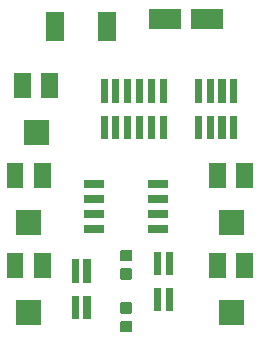
<source format=gbr>
G04 #@! TF.GenerationSoftware,KiCad,Pcbnew,(6.0.0-rc1-dev-713-g90df7a8b2)*
G04 #@! TF.CreationDate,2018-10-17T01:14:51-05:00*
G04 #@! TF.ProjectId,motores,6D6F746F7265732E6B696361645F7063,rev?*
G04 #@! TF.SameCoordinates,Original*
G04 #@! TF.FileFunction,Soldermask,Top*
G04 #@! TF.FilePolarity,Negative*
%FSLAX46Y46*%
G04 Gerber Fmt 4.6, Leading zero omitted, Abs format (unit mm)*
G04 Created by KiCad (PCBNEW (6.0.0-rc1-dev-713-g90df7a8b2)) date mié 17 oct 2018 01:14:51 CDT*
%MOMM*%
%LPD*%
G01*
G04 APERTURE LIST*
%ADD10C,0.100000*%
G04 APERTURE END LIST*
D10*
G36*
X152779591Y-76985585D02*
X152813569Y-76995893D01*
X152844887Y-77012633D01*
X152872339Y-77035161D01*
X152894867Y-77062613D01*
X152911607Y-77093931D01*
X152921915Y-77127909D01*
X152926000Y-77169390D01*
X152926000Y-77770610D01*
X152921915Y-77812091D01*
X152911607Y-77846069D01*
X152894867Y-77877387D01*
X152872339Y-77904839D01*
X152844887Y-77927367D01*
X152813569Y-77944107D01*
X152779591Y-77954415D01*
X152738110Y-77958500D01*
X152061890Y-77958500D01*
X152020409Y-77954415D01*
X151986431Y-77944107D01*
X151955113Y-77927367D01*
X151927661Y-77904839D01*
X151905133Y-77877387D01*
X151888393Y-77846069D01*
X151878085Y-77812091D01*
X151874000Y-77770610D01*
X151874000Y-77169390D01*
X151878085Y-77127909D01*
X151888393Y-77093931D01*
X151905133Y-77062613D01*
X151927661Y-77035161D01*
X151955113Y-77012633D01*
X151986431Y-76995893D01*
X152020409Y-76985585D01*
X152061890Y-76981500D01*
X152738110Y-76981500D01*
X152779591Y-76985585D01*
X152779591Y-76985585D01*
G37*
G36*
X162341000Y-77346000D02*
X160239000Y-77346000D01*
X160239000Y-75244000D01*
X162341000Y-75244000D01*
X162341000Y-77346000D01*
X162341000Y-77346000D01*
G37*
G36*
X145196000Y-77346000D02*
X143094000Y-77346000D01*
X143094000Y-75244000D01*
X145196000Y-75244000D01*
X145196000Y-77346000D01*
X145196000Y-77346000D01*
G37*
G36*
X148391000Y-76796000D02*
X147789000Y-76796000D01*
X147789000Y-74844000D01*
X148391000Y-74844000D01*
X148391000Y-76796000D01*
X148391000Y-76796000D01*
G37*
G36*
X149391000Y-76796000D02*
X148789000Y-76796000D01*
X148789000Y-74844000D01*
X149391000Y-74844000D01*
X149391000Y-76796000D01*
X149391000Y-76796000D01*
G37*
G36*
X152779591Y-75410585D02*
X152813569Y-75420893D01*
X152844887Y-75437633D01*
X152872339Y-75460161D01*
X152894867Y-75487613D01*
X152911607Y-75518931D01*
X152921915Y-75552909D01*
X152926000Y-75594390D01*
X152926000Y-76195610D01*
X152921915Y-76237091D01*
X152911607Y-76271069D01*
X152894867Y-76302387D01*
X152872339Y-76329839D01*
X152844887Y-76352367D01*
X152813569Y-76369107D01*
X152779591Y-76379415D01*
X152738110Y-76383500D01*
X152061890Y-76383500D01*
X152020409Y-76379415D01*
X151986431Y-76369107D01*
X151955113Y-76352367D01*
X151927661Y-76329839D01*
X151905133Y-76302387D01*
X151888393Y-76271069D01*
X151878085Y-76237091D01*
X151874000Y-76195610D01*
X151874000Y-75594390D01*
X151878085Y-75552909D01*
X151888393Y-75518931D01*
X151905133Y-75487613D01*
X151927661Y-75460161D01*
X151955113Y-75437633D01*
X151986431Y-75420893D01*
X152020409Y-75410585D01*
X152061890Y-75406500D01*
X152738110Y-75406500D01*
X152779591Y-75410585D01*
X152779591Y-75410585D01*
G37*
G36*
X156376000Y-76161000D02*
X155774000Y-76161000D01*
X155774000Y-74209000D01*
X156376000Y-74209000D01*
X156376000Y-76161000D01*
X156376000Y-76161000D01*
G37*
G36*
X155376000Y-76161000D02*
X154774000Y-76161000D01*
X154774000Y-74209000D01*
X155376000Y-74209000D01*
X155376000Y-76161000D01*
X155376000Y-76161000D01*
G37*
G36*
X148391000Y-73746000D02*
X147789000Y-73746000D01*
X147789000Y-71794000D01*
X148391000Y-71794000D01*
X148391000Y-73746000D01*
X148391000Y-73746000D01*
G37*
G36*
X149391000Y-73746000D02*
X148789000Y-73746000D01*
X148789000Y-71794000D01*
X149391000Y-71794000D01*
X149391000Y-73746000D01*
X149391000Y-73746000D01*
G37*
G36*
X152779591Y-72540585D02*
X152813569Y-72550893D01*
X152844887Y-72567633D01*
X152872339Y-72590161D01*
X152894867Y-72617613D01*
X152911607Y-72648931D01*
X152921915Y-72682909D01*
X152926000Y-72724390D01*
X152926000Y-73325610D01*
X152921915Y-73367091D01*
X152911607Y-73401069D01*
X152894867Y-73432387D01*
X152872339Y-73459839D01*
X152844887Y-73482367D01*
X152813569Y-73499107D01*
X152779591Y-73509415D01*
X152738110Y-73513500D01*
X152061890Y-73513500D01*
X152020409Y-73509415D01*
X151986431Y-73499107D01*
X151955113Y-73482367D01*
X151927661Y-73459839D01*
X151905133Y-73432387D01*
X151888393Y-73401069D01*
X151878085Y-73367091D01*
X151874000Y-73325610D01*
X151874000Y-72724390D01*
X151878085Y-72682909D01*
X151888393Y-72648931D01*
X151905133Y-72617613D01*
X151927661Y-72590161D01*
X151955113Y-72567633D01*
X151986431Y-72550893D01*
X152020409Y-72540585D01*
X152061890Y-72536500D01*
X152738110Y-72536500D01*
X152779591Y-72540585D01*
X152779591Y-72540585D01*
G37*
G36*
X163141000Y-73346000D02*
X161739000Y-73346000D01*
X161739000Y-71244000D01*
X163141000Y-71244000D01*
X163141000Y-73346000D01*
X163141000Y-73346000D01*
G37*
G36*
X145996000Y-73346000D02*
X144594000Y-73346000D01*
X144594000Y-71244000D01*
X145996000Y-71244000D01*
X145996000Y-73346000D01*
X145996000Y-73346000D01*
G37*
G36*
X143696000Y-73346000D02*
X142294000Y-73346000D01*
X142294000Y-71244000D01*
X143696000Y-71244000D01*
X143696000Y-73346000D01*
X143696000Y-73346000D01*
G37*
G36*
X160841000Y-73346000D02*
X159439000Y-73346000D01*
X159439000Y-71244000D01*
X160841000Y-71244000D01*
X160841000Y-73346000D01*
X160841000Y-73346000D01*
G37*
G36*
X156376000Y-73111000D02*
X155774000Y-73111000D01*
X155774000Y-71159000D01*
X156376000Y-71159000D01*
X156376000Y-73111000D01*
X156376000Y-73111000D01*
G37*
G36*
X155376000Y-73111000D02*
X154774000Y-73111000D01*
X154774000Y-71159000D01*
X155376000Y-71159000D01*
X155376000Y-73111000D01*
X155376000Y-73111000D01*
G37*
G36*
X152779591Y-70965585D02*
X152813569Y-70975893D01*
X152844887Y-70992633D01*
X152872339Y-71015161D01*
X152894867Y-71042613D01*
X152911607Y-71073931D01*
X152921915Y-71107909D01*
X152926000Y-71149390D01*
X152926000Y-71750610D01*
X152921915Y-71792091D01*
X152911607Y-71826069D01*
X152894867Y-71857387D01*
X152872339Y-71884839D01*
X152844887Y-71907367D01*
X152813569Y-71924107D01*
X152779591Y-71934415D01*
X152738110Y-71938500D01*
X152061890Y-71938500D01*
X152020409Y-71934415D01*
X151986431Y-71924107D01*
X151955113Y-71907367D01*
X151927661Y-71884839D01*
X151905133Y-71857387D01*
X151888393Y-71826069D01*
X151878085Y-71792091D01*
X151874000Y-71750610D01*
X151874000Y-71149390D01*
X151878085Y-71107909D01*
X151888393Y-71073931D01*
X151905133Y-71042613D01*
X151927661Y-71015161D01*
X151955113Y-70992633D01*
X151986431Y-70975893D01*
X152020409Y-70965585D01*
X152061890Y-70961500D01*
X152738110Y-70961500D01*
X152779591Y-70965585D01*
X152779591Y-70965585D01*
G37*
G36*
X162341000Y-69726000D02*
X160239000Y-69726000D01*
X160239000Y-67624000D01*
X162341000Y-67624000D01*
X162341000Y-69726000D01*
X162341000Y-69726000D01*
G37*
G36*
X145196000Y-69726000D02*
X143094000Y-69726000D01*
X143094000Y-67624000D01*
X145196000Y-67624000D01*
X145196000Y-69726000D01*
X145196000Y-69726000D01*
G37*
G36*
X155926000Y-69566000D02*
X154274000Y-69566000D01*
X154274000Y-68864000D01*
X155926000Y-68864000D01*
X155926000Y-69566000D01*
X155926000Y-69566000D01*
G37*
G36*
X150526000Y-69566000D02*
X148874000Y-69566000D01*
X148874000Y-68864000D01*
X150526000Y-68864000D01*
X150526000Y-69566000D01*
X150526000Y-69566000D01*
G37*
G36*
X150526000Y-68296000D02*
X148874000Y-68296000D01*
X148874000Y-67594000D01*
X150526000Y-67594000D01*
X150526000Y-68296000D01*
X150526000Y-68296000D01*
G37*
G36*
X155926000Y-68296000D02*
X154274000Y-68296000D01*
X154274000Y-67594000D01*
X155926000Y-67594000D01*
X155926000Y-68296000D01*
X155926000Y-68296000D01*
G37*
G36*
X150526000Y-67026000D02*
X148874000Y-67026000D01*
X148874000Y-66324000D01*
X150526000Y-66324000D01*
X150526000Y-67026000D01*
X150526000Y-67026000D01*
G37*
G36*
X155926000Y-67026000D02*
X154274000Y-67026000D01*
X154274000Y-66324000D01*
X155926000Y-66324000D01*
X155926000Y-67026000D01*
X155926000Y-67026000D01*
G37*
G36*
X150526000Y-65756000D02*
X148874000Y-65756000D01*
X148874000Y-65054000D01*
X150526000Y-65054000D01*
X150526000Y-65756000D01*
X150526000Y-65756000D01*
G37*
G36*
X155926000Y-65756000D02*
X154274000Y-65756000D01*
X154274000Y-65054000D01*
X155926000Y-65054000D01*
X155926000Y-65756000D01*
X155926000Y-65756000D01*
G37*
G36*
X143696000Y-65726000D02*
X142294000Y-65726000D01*
X142294000Y-63624000D01*
X143696000Y-63624000D01*
X143696000Y-65726000D01*
X143696000Y-65726000D01*
G37*
G36*
X160841000Y-65726000D02*
X159439000Y-65726000D01*
X159439000Y-63624000D01*
X160841000Y-63624000D01*
X160841000Y-65726000D01*
X160841000Y-65726000D01*
G37*
G36*
X163141000Y-65726000D02*
X161739000Y-65726000D01*
X161739000Y-63624000D01*
X163141000Y-63624000D01*
X163141000Y-65726000D01*
X163141000Y-65726000D01*
G37*
G36*
X145996000Y-65726000D02*
X144594000Y-65726000D01*
X144594000Y-63624000D01*
X145996000Y-63624000D01*
X145996000Y-65726000D01*
X145996000Y-65726000D01*
G37*
G36*
X145831000Y-62106000D02*
X143729000Y-62106000D01*
X143729000Y-60004000D01*
X145831000Y-60004000D01*
X145831000Y-62106000D01*
X145831000Y-62106000D01*
G37*
G36*
X155836000Y-61556000D02*
X155234000Y-61556000D01*
X155234000Y-59604000D01*
X155836000Y-59604000D01*
X155836000Y-61556000D01*
X155836000Y-61556000D01*
G37*
G36*
X158821000Y-61556000D02*
X158219000Y-61556000D01*
X158219000Y-59604000D01*
X158821000Y-59604000D01*
X158821000Y-61556000D01*
X158821000Y-61556000D01*
G37*
G36*
X159821000Y-61556000D02*
X159219000Y-61556000D01*
X159219000Y-59604000D01*
X159821000Y-59604000D01*
X159821000Y-61556000D01*
X159821000Y-61556000D01*
G37*
G36*
X160821000Y-61556000D02*
X160219000Y-61556000D01*
X160219000Y-59604000D01*
X160821000Y-59604000D01*
X160821000Y-61556000D01*
X160821000Y-61556000D01*
G37*
G36*
X150836000Y-61556000D02*
X150234000Y-61556000D01*
X150234000Y-59604000D01*
X150836000Y-59604000D01*
X150836000Y-61556000D01*
X150836000Y-61556000D01*
G37*
G36*
X151836000Y-61556000D02*
X151234000Y-61556000D01*
X151234000Y-59604000D01*
X151836000Y-59604000D01*
X151836000Y-61556000D01*
X151836000Y-61556000D01*
G37*
G36*
X152836000Y-61556000D02*
X152234000Y-61556000D01*
X152234000Y-59604000D01*
X152836000Y-59604000D01*
X152836000Y-61556000D01*
X152836000Y-61556000D01*
G37*
G36*
X153836000Y-61556000D02*
X153234000Y-61556000D01*
X153234000Y-59604000D01*
X153836000Y-59604000D01*
X153836000Y-61556000D01*
X153836000Y-61556000D01*
G37*
G36*
X154836000Y-61556000D02*
X154234000Y-61556000D01*
X154234000Y-59604000D01*
X154836000Y-59604000D01*
X154836000Y-61556000D01*
X154836000Y-61556000D01*
G37*
G36*
X161821000Y-61556000D02*
X161219000Y-61556000D01*
X161219000Y-59604000D01*
X161821000Y-59604000D01*
X161821000Y-61556000D01*
X161821000Y-61556000D01*
G37*
G36*
X161821000Y-58506000D02*
X161219000Y-58506000D01*
X161219000Y-56554000D01*
X161821000Y-56554000D01*
X161821000Y-58506000D01*
X161821000Y-58506000D01*
G37*
G36*
X150836000Y-58506000D02*
X150234000Y-58506000D01*
X150234000Y-56554000D01*
X150836000Y-56554000D01*
X150836000Y-58506000D01*
X150836000Y-58506000D01*
G37*
G36*
X159821000Y-58506000D02*
X159219000Y-58506000D01*
X159219000Y-56554000D01*
X159821000Y-56554000D01*
X159821000Y-58506000D01*
X159821000Y-58506000D01*
G37*
G36*
X151836000Y-58506000D02*
X151234000Y-58506000D01*
X151234000Y-56554000D01*
X151836000Y-56554000D01*
X151836000Y-58506000D01*
X151836000Y-58506000D01*
G37*
G36*
X152836000Y-58506000D02*
X152234000Y-58506000D01*
X152234000Y-56554000D01*
X152836000Y-56554000D01*
X152836000Y-58506000D01*
X152836000Y-58506000D01*
G37*
G36*
X160821000Y-58506000D02*
X160219000Y-58506000D01*
X160219000Y-56554000D01*
X160821000Y-56554000D01*
X160821000Y-58506000D01*
X160821000Y-58506000D01*
G37*
G36*
X153836000Y-58506000D02*
X153234000Y-58506000D01*
X153234000Y-56554000D01*
X153836000Y-56554000D01*
X153836000Y-58506000D01*
X153836000Y-58506000D01*
G37*
G36*
X154836000Y-58506000D02*
X154234000Y-58506000D01*
X154234000Y-56554000D01*
X154836000Y-56554000D01*
X154836000Y-58506000D01*
X154836000Y-58506000D01*
G37*
G36*
X155836000Y-58506000D02*
X155234000Y-58506000D01*
X155234000Y-56554000D01*
X155836000Y-56554000D01*
X155836000Y-58506000D01*
X155836000Y-58506000D01*
G37*
G36*
X158821000Y-58506000D02*
X158219000Y-58506000D01*
X158219000Y-56554000D01*
X158821000Y-56554000D01*
X158821000Y-58506000D01*
X158821000Y-58506000D01*
G37*
G36*
X144331000Y-58106000D02*
X142929000Y-58106000D01*
X142929000Y-56004000D01*
X144331000Y-56004000D01*
X144331000Y-58106000D01*
X144331000Y-58106000D01*
G37*
G36*
X146631000Y-58106000D02*
X145229000Y-58106000D01*
X145229000Y-56004000D01*
X146631000Y-56004000D01*
X146631000Y-58106000D01*
X146631000Y-58106000D01*
G37*
G36*
X151566000Y-53321000D02*
X150014000Y-53321000D01*
X150014000Y-50819000D01*
X151566000Y-50819000D01*
X151566000Y-53321000D01*
X151566000Y-53321000D01*
G37*
G36*
X147166000Y-53321000D02*
X145614000Y-53321000D01*
X145614000Y-50819000D01*
X147166000Y-50819000D01*
X147166000Y-53321000D01*
X147166000Y-53321000D01*
G37*
G36*
X160631000Y-52286000D02*
X157929000Y-52286000D01*
X157929000Y-50584000D01*
X160631000Y-50584000D01*
X160631000Y-52286000D01*
X160631000Y-52286000D01*
G37*
G36*
X157031000Y-52286000D02*
X154329000Y-52286000D01*
X154329000Y-50584000D01*
X157031000Y-50584000D01*
X157031000Y-52286000D01*
X157031000Y-52286000D01*
G37*
M02*

</source>
